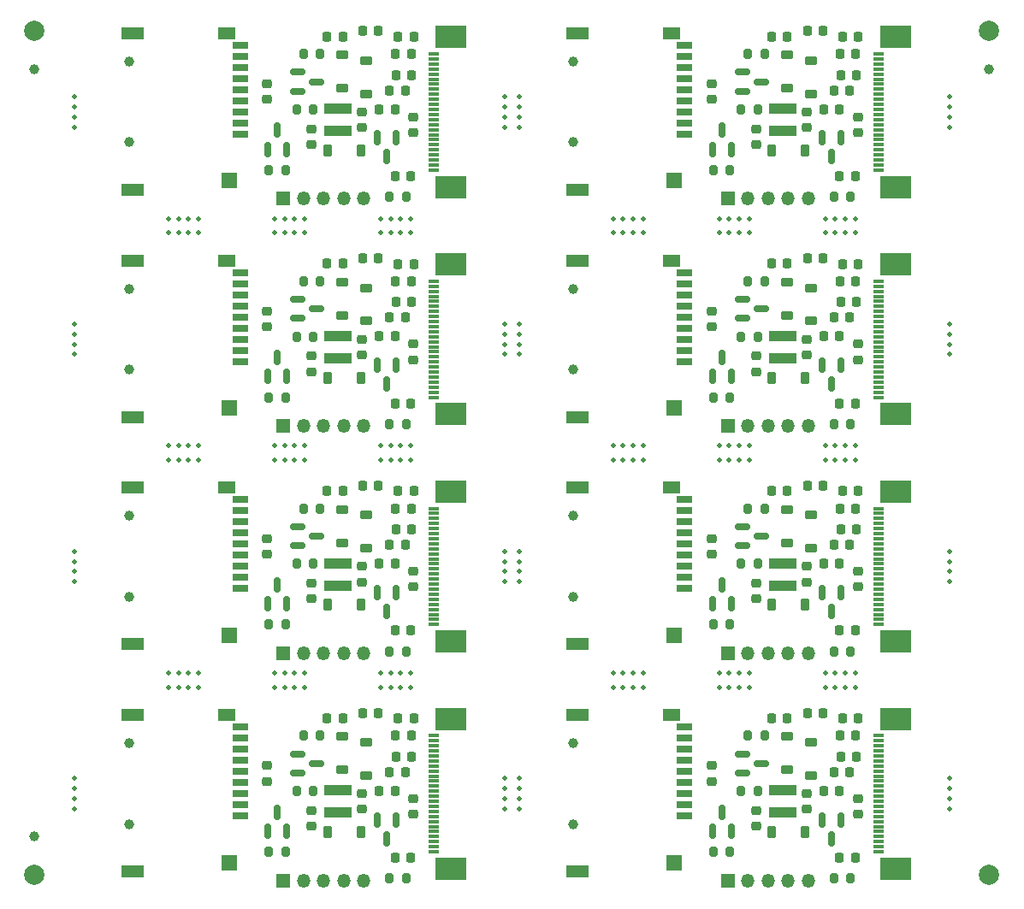
<source format=gbr>
%TF.GenerationSoftware,KiCad,Pcbnew,8.0.0*%
%TF.CreationDate,2024-05-28T16:04:12+09:00*%
%TF.ProjectId,Panel,50616e65-6c2e-46b6-9963-61645f706362,rev?*%
%TF.SameCoordinates,Original*%
%TF.FileFunction,Soldermask,Top*%
%TF.FilePolarity,Negative*%
%FSLAX46Y46*%
G04 Gerber Fmt 4.6, Leading zero omitted, Abs format (unit mm)*
G04 Created by KiCad (PCBNEW 8.0.0) date 2024-05-28 16:04:12*
%MOMM*%
%LPD*%
G01*
G04 APERTURE LIST*
G04 Aperture macros list*
%AMRoundRect*
0 Rectangle with rounded corners*
0 $1 Rounding radius*
0 $2 $3 $4 $5 $6 $7 $8 $9 X,Y pos of 4 corners*
0 Add a 4 corners polygon primitive as box body*
4,1,4,$2,$3,$4,$5,$6,$7,$8,$9,$2,$3,0*
0 Add four circle primitives for the rounded corners*
1,1,$1+$1,$2,$3*
1,1,$1+$1,$4,$5*
1,1,$1+$1,$6,$7*
1,1,$1+$1,$8,$9*
0 Add four rect primitives between the rounded corners*
20,1,$1+$1,$2,$3,$4,$5,0*
20,1,$1+$1,$4,$5,$6,$7,0*
20,1,$1+$1,$6,$7,$8,$9,0*
20,1,$1+$1,$8,$9,$2,$3,0*%
G04 Aperture macros list end*
%ADD10C,0.500000*%
%ADD11RoundRect,0.225000X-0.375000X0.225000X-0.375000X-0.225000X0.375000X-0.225000X0.375000X0.225000X0*%
%ADD12RoundRect,0.225000X-0.225000X-0.250000X0.225000X-0.250000X0.225000X0.250000X-0.225000X0.250000X0*%
%ADD13C,1.000000*%
%ADD14R,1.600000X0.700000*%
%ADD15R,1.800000X1.200000*%
%ADD16R,2.200000X1.200000*%
%ADD17R,1.500000X1.600000*%
%ADD18RoundRect,0.200000X0.200000X0.275000X-0.200000X0.275000X-0.200000X-0.275000X0.200000X-0.275000X0*%
%ADD19RoundRect,0.225000X0.250000X-0.225000X0.250000X0.225000X-0.250000X0.225000X-0.250000X-0.225000X0*%
%ADD20RoundRect,0.150000X-0.150000X0.587500X-0.150000X-0.587500X0.150000X-0.587500X0.150000X0.587500X0*%
%ADD21R,1.350000X1.350000*%
%ADD22O,1.350000X1.350000*%
%ADD23RoundRect,0.225000X0.225000X0.375000X-0.225000X0.375000X-0.225000X-0.375000X0.225000X-0.375000X0*%
%ADD24C,2.000000*%
%ADD25RoundRect,0.225000X-0.250000X0.225000X-0.250000X-0.225000X0.250000X-0.225000X0.250000X0.225000X0*%
%ADD26RoundRect,0.150000X0.150000X-0.587500X0.150000X0.587500X-0.150000X0.587500X-0.150000X-0.587500X0*%
%ADD27R,2.700000X1.000000*%
%ADD28RoundRect,0.200000X-0.200000X-0.275000X0.200000X-0.275000X0.200000X0.275000X-0.200000X0.275000X0*%
%ADD29R,1.100000X0.300000*%
%ADD30R,3.100000X2.300000*%
%ADD31RoundRect,0.225000X0.225000X0.250000X-0.225000X0.250000X-0.225000X-0.250000X0.225000X-0.250000X0*%
%ADD32RoundRect,0.150000X-0.587500X-0.150000X0.587500X-0.150000X0.587500X0.150000X-0.587500X0.150000X0*%
G04 APERTURE END LIST*
D10*
%TO.C,KiKit_MB_13_2*%
X115500000Y-42200000D03*
%TD*%
D11*
%TO.C,D2*%
X134087670Y-70154695D03*
X134087670Y-73454695D03*
%TD*%
D10*
%TO.C,KiKit_MB_17_3*%
X126000000Y-63300000D03*
%TD*%
%TO.C,KiKit_MB_14_4*%
X128000000Y-42200000D03*
%TD*%
D12*
%TO.C,C4*%
X133725000Y-67250000D03*
X135275000Y-67250000D03*
%TD*%
D10*
%TO.C,KiKit_MB_37_2*%
X159500000Y-64700000D03*
%TD*%
%TO.C,KiKit_MB_25_3*%
X170000000Y-63300000D03*
%TD*%
D13*
%TO.C,J3*%
X154600000Y-92750000D03*
X154600000Y-100750000D03*
D14*
X165600000Y-99950000D03*
X165600000Y-98850000D03*
X165600000Y-97750000D03*
X165600000Y-96650000D03*
X165600000Y-95550000D03*
X165600000Y-94450000D03*
X165600000Y-93350000D03*
X165600000Y-92250000D03*
D15*
X164300000Y-89950000D03*
D16*
X155000000Y-89950000D03*
D14*
X165600000Y-91150000D03*
D17*
X164550000Y-104550000D03*
D16*
X155000000Y-105450000D03*
%TD*%
D18*
%TO.C,R7*%
X170075000Y-58500000D03*
X168425000Y-58500000D03*
%TD*%
D19*
%TO.C,C15*%
X124250000Y-51525000D03*
X124250000Y-49975000D03*
%TD*%
D10*
%TO.C,KiKit_MB_27_2*%
X105200000Y-75750000D03*
%TD*%
%TO.C,KiKit_MB_22_4*%
X172000000Y-42200000D03*
%TD*%
%TO.C,KiKit_MB_33_3*%
X126000000Y-85800000D03*
%TD*%
%TO.C,KiKit_MB_25_1*%
X172000000Y-63300000D03*
%TD*%
%TO.C,KiKit_MB_7_1*%
X191800000Y-28750000D03*
%TD*%
D20*
%TO.C,Q3*%
X137069832Y-55321634D03*
X135169832Y-55321634D03*
X136119832Y-57196634D03*
%TD*%
D10*
%TO.C,KiKit_MB_35_2*%
X149200000Y-75750000D03*
%TD*%
D12*
%TO.C,C11*%
X136933764Y-104085530D03*
X138483764Y-104085530D03*
%TD*%
D19*
%TO.C,C16*%
X138750000Y-99775000D03*
X138750000Y-98225000D03*
%TD*%
D10*
%TO.C,KiKit_MB_6_1*%
X149200000Y-31750000D03*
%TD*%
%TO.C,KiKit_MB_11_3*%
X105200000Y-52250000D03*
%TD*%
%TO.C,KiKit_MB_30_2*%
X126000000Y-64700000D03*
%TD*%
%TO.C,KiKit_MB_42_4*%
X179500000Y-85800000D03*
%TD*%
D12*
%TO.C,C11*%
X180933764Y-36585530D03*
X182483764Y-36585530D03*
%TD*%
D21*
%TO.C,J1*%
X125851363Y-106343235D03*
D22*
X127851363Y-106343235D03*
X129851363Y-106343235D03*
X131851363Y-106343235D03*
X133851363Y-106343235D03*
%TD*%
D10*
%TO.C,KiKit_MB_49_2*%
X191800000Y-97250000D03*
%TD*%
D12*
%TO.C,C9*%
X180389234Y-73110744D03*
X181939234Y-73110744D03*
%TD*%
D10*
%TO.C,KiKit_MB_13_1*%
X114500000Y-42200000D03*
%TD*%
%TO.C,KiKit_MB_14_3*%
X127000000Y-42200000D03*
%TD*%
D19*
%TO.C,C16*%
X138750000Y-54775000D03*
X138750000Y-53225000D03*
%TD*%
D10*
%TO.C,KiKit_MB_1_1*%
X105200000Y-31750000D03*
%TD*%
D13*
%TO.C,J3*%
X110600000Y-70250000D03*
X110600000Y-78250000D03*
D14*
X121600000Y-77450000D03*
X121600000Y-76350000D03*
X121600000Y-75250000D03*
X121600000Y-74150000D03*
X121600000Y-73050000D03*
X121600000Y-71950000D03*
X121600000Y-70850000D03*
X121600000Y-69750000D03*
D15*
X120300000Y-67450000D03*
D16*
X111000000Y-67450000D03*
D14*
X121600000Y-68650000D03*
D17*
X120550000Y-82050000D03*
D16*
X111000000Y-82950000D03*
%TD*%
D10*
%TO.C,KiKit_MB_13_3*%
X116500000Y-42200000D03*
%TD*%
D23*
%TO.C,D1*%
X133540086Y-56553780D03*
X130240086Y-56553780D03*
%TD*%
D10*
%TO.C,KiKit_MB_46_2*%
X126000000Y-87200000D03*
%TD*%
D12*
%TO.C,C4*%
X133725000Y-44750000D03*
X135275000Y-44750000D03*
%TD*%
D10*
%TO.C,KiKit_MB_12_2*%
X147800000Y-52250000D03*
%TD*%
%TO.C,KiKit_MB_46_3*%
X127000000Y-87200000D03*
%TD*%
D12*
%TO.C,C7*%
X136975000Y-24500000D03*
X138525000Y-24500000D03*
%TD*%
D10*
%TO.C,KiKit_MB_30_3*%
X127000000Y-64700000D03*
%TD*%
D24*
%TO.C,KiKit_TO_2*%
X195751000Y-22250000D03*
%TD*%
D10*
%TO.C,KiKit_MB_38_3*%
X171000000Y-64700000D03*
%TD*%
%TO.C,KiKit_MB_21_1*%
X158500000Y-42200000D03*
%TD*%
%TO.C,KiKit_MB_39_3*%
X181500000Y-64700000D03*
%TD*%
%TO.C,KiKit_MB_42_1*%
X182500000Y-85800000D03*
%TD*%
D21*
%TO.C,J1*%
X125851363Y-61343235D03*
D22*
X127851363Y-61343235D03*
X129851363Y-61343235D03*
X131851363Y-61343235D03*
X133851363Y-61343235D03*
%TD*%
D25*
%TO.C,C1*%
X172682865Y-99408032D03*
X172682865Y-100958032D03*
%TD*%
D12*
%TO.C,C7*%
X136975000Y-69500000D03*
X138525000Y-69500000D03*
%TD*%
%TO.C,C10*%
X181224999Y-90289777D03*
X182774999Y-90289777D03*
%TD*%
D10*
%TO.C,KiKit_MB_29_4*%
X117500000Y-64700000D03*
%TD*%
D26*
%TO.C,Q4*%
X124323000Y-78937500D03*
X126223000Y-78937500D03*
X125273000Y-77062500D03*
%TD*%
D10*
%TO.C,KiKit_MB_24_2*%
X160500000Y-63300000D03*
%TD*%
D19*
%TO.C,C16*%
X182750000Y-32275000D03*
X182750000Y-30725000D03*
%TD*%
D27*
%TO.C,L1*%
X131285350Y-54619676D03*
X131285350Y-52419676D03*
%TD*%
D28*
%TO.C,R1*%
X127862500Y-92000000D03*
X129512500Y-92000000D03*
%TD*%
D10*
%TO.C,KiKit_MB_50_3*%
X160500000Y-87200000D03*
%TD*%
%TO.C,KiKit_MB_16_2*%
X116500000Y-63300000D03*
%TD*%
D27*
%TO.C,L1*%
X131285350Y-77119676D03*
X131285350Y-74919676D03*
%TD*%
D10*
%TO.C,KiKit_MB_25_2*%
X171000000Y-63300000D03*
%TD*%
%TO.C,KiKit_MB_40_1*%
X161500000Y-85800000D03*
%TD*%
%TO.C,KiKit_MB_32_3*%
X115500000Y-85800000D03*
%TD*%
D23*
%TO.C,D1*%
X177540086Y-101553780D03*
X174240086Y-101553780D03*
%TD*%
D10*
%TO.C,KiKit_MB_19_2*%
X149200000Y-53250000D03*
%TD*%
D29*
%TO.C,J2*%
X184767000Y-103500000D03*
X184767000Y-103000000D03*
X184767000Y-102500000D03*
X184767000Y-102000000D03*
X184767000Y-101500000D03*
X184767000Y-101000000D03*
X184767000Y-100500000D03*
X184767000Y-100000000D03*
X184767000Y-99500000D03*
X184767000Y-99000000D03*
X184767000Y-98500000D03*
X184767000Y-98000000D03*
X184767000Y-97500000D03*
X184767000Y-97000000D03*
X184767000Y-96500000D03*
X184767000Y-96000000D03*
X184767000Y-95500000D03*
X184767000Y-95000000D03*
X184767000Y-94500000D03*
X184767000Y-94000000D03*
X184767000Y-93500000D03*
X184767000Y-93000000D03*
X184767000Y-92500000D03*
X184767000Y-92000000D03*
D30*
X186467000Y-105170000D03*
X186467000Y-90330000D03*
%TD*%
D10*
%TO.C,KiKit_MB_31_4*%
X138500000Y-64700000D03*
%TD*%
D12*
%TO.C,C8*%
X135364645Y-74966744D03*
X136914645Y-74966744D03*
%TD*%
D29*
%TO.C,J2*%
X184767000Y-36000000D03*
X184767000Y-35500000D03*
X184767000Y-35000000D03*
X184767000Y-34500000D03*
X184767000Y-34000000D03*
X184767000Y-33500000D03*
X184767000Y-33000000D03*
X184767000Y-32500000D03*
X184767000Y-32000000D03*
X184767000Y-31500000D03*
X184767000Y-31000000D03*
X184767000Y-30500000D03*
X184767000Y-30000000D03*
X184767000Y-29500000D03*
X184767000Y-29000000D03*
X184767000Y-28500000D03*
X184767000Y-28000000D03*
X184767000Y-27500000D03*
X184767000Y-27000000D03*
X184767000Y-26500000D03*
X184767000Y-26000000D03*
X184767000Y-25500000D03*
X184767000Y-25000000D03*
X184767000Y-24500000D03*
D30*
X186467000Y-37670000D03*
X186467000Y-22830000D03*
%TD*%
D28*
%TO.C,R1*%
X127862500Y-69500000D03*
X129512500Y-69500000D03*
%TD*%
D10*
%TO.C,KiKit_MB_49_1*%
X191800000Y-96250000D03*
%TD*%
D25*
%TO.C,C1*%
X172682865Y-31908032D03*
X172682865Y-33458032D03*
%TD*%
D10*
%TO.C,KiKit_MB_51_3*%
X171000000Y-87200000D03*
%TD*%
D13*
%TO.C,KiKit_FID_T_2*%
X195751000Y-26000000D03*
%TD*%
D10*
%TO.C,KiKit_MB_8_3*%
X159500000Y-40800000D03*
%TD*%
D12*
%TO.C,C11*%
X180933764Y-59085530D03*
X182483764Y-59085530D03*
%TD*%
D10*
%TO.C,KiKit_MB_42_2*%
X181500000Y-85800000D03*
%TD*%
D18*
%TO.C,R4*%
X128837500Y-30000000D03*
X127187500Y-30000000D03*
%TD*%
%TO.C,R4*%
X128837500Y-75000000D03*
X127187500Y-75000000D03*
%TD*%
D10*
%TO.C,KiKit_MB_15_4*%
X138500000Y-42200000D03*
%TD*%
D28*
%TO.C,R1*%
X127862500Y-47000000D03*
X129512500Y-47000000D03*
%TD*%
D10*
%TO.C,KiKit_MB_5_4*%
X135500000Y-40800000D03*
%TD*%
%TO.C,KiKit_MB_24_4*%
X158500000Y-63300000D03*
%TD*%
%TO.C,KiKit_MB_27_4*%
X105200000Y-73750000D03*
%TD*%
%TO.C,KiKit_MB_31_2*%
X136500000Y-64700000D03*
%TD*%
%TO.C,KiKit_MB_27_1*%
X105200000Y-76750000D03*
%TD*%
D11*
%TO.C,D3*%
X175687500Y-24600000D03*
X175687500Y-27900000D03*
%TD*%
D20*
%TO.C,Q3*%
X137069832Y-100321634D03*
X135169832Y-100321634D03*
X136119832Y-102196634D03*
%TD*%
D10*
%TO.C,KiKit_MB_49_4*%
X191800000Y-99250000D03*
%TD*%
%TO.C,KiKit_MB_38_4*%
X172000000Y-64700000D03*
%TD*%
%TO.C,KiKit_MB_15_1*%
X135500000Y-42200000D03*
%TD*%
D29*
%TO.C,J2*%
X184767000Y-81000000D03*
X184767000Y-80500000D03*
X184767000Y-80000000D03*
X184767000Y-79500000D03*
X184767000Y-79000000D03*
X184767000Y-78500000D03*
X184767000Y-78000000D03*
X184767000Y-77500000D03*
X184767000Y-77000000D03*
X184767000Y-76500000D03*
X184767000Y-76000000D03*
X184767000Y-75500000D03*
X184767000Y-75000000D03*
X184767000Y-74500000D03*
X184767000Y-74000000D03*
X184767000Y-73500000D03*
X184767000Y-73000000D03*
X184767000Y-72500000D03*
X184767000Y-72000000D03*
X184767000Y-71500000D03*
X184767000Y-71000000D03*
X184767000Y-70500000D03*
X184767000Y-70000000D03*
X184767000Y-69500000D03*
D30*
X186467000Y-82670000D03*
X186467000Y-67830000D03*
%TD*%
D10*
%TO.C,KiKit_MB_24_3*%
X159500000Y-63300000D03*
%TD*%
%TO.C,KiKit_MB_3_3*%
X115500000Y-40800000D03*
%TD*%
D19*
%TO.C,C16*%
X182750000Y-54775000D03*
X182750000Y-53225000D03*
%TD*%
D10*
%TO.C,KiKit_MB_44_4*%
X147800000Y-99250000D03*
%TD*%
%TO.C,KiKit_MB_20_1*%
X191800000Y-51250000D03*
%TD*%
D12*
%TO.C,C7*%
X180975000Y-24500000D03*
X182525000Y-24500000D03*
%TD*%
D28*
%TO.C,R1*%
X171862500Y-24500000D03*
X173512500Y-24500000D03*
%TD*%
D12*
%TO.C,C10*%
X181224999Y-22789777D03*
X182774999Y-22789777D03*
%TD*%
D10*
%TO.C,KiKit_MB_47_3*%
X137500000Y-87200000D03*
%TD*%
%TO.C,KiKit_MB_29_2*%
X115500000Y-64700000D03*
%TD*%
D24*
%TO.C,KiKit_TO_4*%
X195751000Y-105750000D03*
%TD*%
D12*
%TO.C,C10*%
X137224999Y-45289777D03*
X138774999Y-45289777D03*
%TD*%
D10*
%TO.C,KiKit_MB_28_2*%
X147800000Y-74750000D03*
%TD*%
%TO.C,KiKit_MB_47_2*%
X136500000Y-87200000D03*
%TD*%
D23*
%TO.C,D1*%
X177540086Y-34053780D03*
X174240086Y-34053780D03*
%TD*%
D10*
%TO.C,KiKit_MB_45_4*%
X117500000Y-87200000D03*
%TD*%
%TO.C,KiKit_MB_17_1*%
X128000000Y-63300000D03*
%TD*%
%TO.C,KiKit_MB_37_4*%
X161500000Y-64700000D03*
%TD*%
%TO.C,KiKit_MB_21_3*%
X160500000Y-42200000D03*
%TD*%
%TO.C,KiKit_MB_41_1*%
X172000000Y-85800000D03*
%TD*%
%TO.C,KiKit_MB_39_4*%
X182500000Y-64700000D03*
%TD*%
%TO.C,KiKit_MB_41_3*%
X170000000Y-85800000D03*
%TD*%
%TO.C,KiKit_MB_38_2*%
X170000000Y-64700000D03*
%TD*%
D12*
%TO.C,C6*%
X137028724Y-71574577D03*
X138578724Y-71574577D03*
%TD*%
D10*
%TO.C,KiKit_MB_13_4*%
X117500000Y-42200000D03*
%TD*%
%TO.C,KiKit_MB_36_1*%
X191800000Y-73750000D03*
%TD*%
D18*
%TO.C,R3*%
X138036000Y-61151000D03*
X136386000Y-61151000D03*
%TD*%
D21*
%TO.C,J1*%
X169851363Y-106343235D03*
D22*
X171851363Y-106343235D03*
X173851363Y-106343235D03*
X175851363Y-106343235D03*
X177851363Y-106343235D03*
%TD*%
D25*
%TO.C,C1*%
X128682865Y-99408032D03*
X128682865Y-100958032D03*
%TD*%
D12*
%TO.C,C4*%
X177725000Y-89750000D03*
X179275000Y-89750000D03*
%TD*%
D10*
%TO.C,KiKit_MB_19_1*%
X149200000Y-54250000D03*
%TD*%
%TO.C,KiKit_MB_1_4*%
X105200000Y-28750000D03*
%TD*%
%TO.C,KiKit_MB_39_2*%
X180500000Y-64700000D03*
%TD*%
%TO.C,KiKit_MB_43_1*%
X105200000Y-99250000D03*
%TD*%
D12*
%TO.C,C6*%
X181028724Y-94074577D03*
X182578724Y-94074577D03*
%TD*%
%TO.C,C9*%
X136389234Y-73110744D03*
X137939234Y-73110744D03*
%TD*%
D11*
%TO.C,D2*%
X134087670Y-92654695D03*
X134087670Y-95954695D03*
%TD*%
D10*
%TO.C,KiKit_MB_2_4*%
X147800000Y-31750000D03*
%TD*%
D11*
%TO.C,D3*%
X131687500Y-24600000D03*
X131687500Y-27900000D03*
%TD*%
D13*
%TO.C,J3*%
X154600000Y-47750000D03*
X154600000Y-55750000D03*
D14*
X165600000Y-54950000D03*
X165600000Y-53850000D03*
X165600000Y-52750000D03*
X165600000Y-51650000D03*
X165600000Y-50550000D03*
X165600000Y-49450000D03*
X165600000Y-48350000D03*
X165600000Y-47250000D03*
D15*
X164300000Y-44950000D03*
D16*
X155000000Y-44950000D03*
D14*
X165600000Y-46150000D03*
D17*
X164550000Y-59550000D03*
D16*
X155000000Y-60450000D03*
%TD*%
D18*
%TO.C,R3*%
X182036000Y-106151000D03*
X180386000Y-106151000D03*
%TD*%
%TO.C,R4*%
X172837500Y-52500000D03*
X171187500Y-52500000D03*
%TD*%
%TO.C,R7*%
X126075000Y-36000000D03*
X124425000Y-36000000D03*
%TD*%
D31*
%TO.C,C3*%
X131763000Y-67776000D03*
X130213000Y-67776000D03*
%TD*%
D10*
%TO.C,KiKit_MB_23_3*%
X181500000Y-42200000D03*
%TD*%
%TO.C,KiKit_MB_51_1*%
X169000000Y-87200000D03*
%TD*%
%TO.C,KiKit_MB_32_4*%
X114500000Y-85800000D03*
%TD*%
D18*
%TO.C,R4*%
X172837500Y-75000000D03*
X171187500Y-75000000D03*
%TD*%
D31*
%TO.C,C3*%
X175763000Y-90276000D03*
X174213000Y-90276000D03*
%TD*%
D27*
%TO.C,L1*%
X175285350Y-99619676D03*
X175285350Y-97419676D03*
%TD*%
D10*
%TO.C,KiKit_MB_26_2*%
X181500000Y-63300000D03*
%TD*%
%TO.C,KiKit_MB_29_1*%
X114500000Y-64700000D03*
%TD*%
D29*
%TO.C,J2*%
X140767000Y-81000000D03*
X140767000Y-80500000D03*
X140767000Y-80000000D03*
X140767000Y-79500000D03*
X140767000Y-79000000D03*
X140767000Y-78500000D03*
X140767000Y-78000000D03*
X140767000Y-77500000D03*
X140767000Y-77000000D03*
X140767000Y-76500000D03*
X140767000Y-76000000D03*
X140767000Y-75500000D03*
X140767000Y-75000000D03*
X140767000Y-74500000D03*
X140767000Y-74000000D03*
X140767000Y-73500000D03*
X140767000Y-73000000D03*
X140767000Y-72500000D03*
X140767000Y-72000000D03*
X140767000Y-71500000D03*
X140767000Y-71000000D03*
X140767000Y-70500000D03*
X140767000Y-70000000D03*
X140767000Y-69500000D03*
D30*
X142467000Y-82670000D03*
X142467000Y-67830000D03*
%TD*%
D10*
%TO.C,KiKit_MB_5_3*%
X136500000Y-40800000D03*
%TD*%
D18*
%TO.C,R4*%
X128837500Y-97500000D03*
X127187500Y-97500000D03*
%TD*%
D10*
%TO.C,KiKit_MB_18_3*%
X136500000Y-63300000D03*
%TD*%
D25*
%TO.C,C1*%
X172682865Y-76908032D03*
X172682865Y-78458032D03*
%TD*%
D26*
%TO.C,Q4*%
X124323000Y-101437500D03*
X126223000Y-101437500D03*
X125273000Y-99562500D03*
%TD*%
D10*
%TO.C,KiKit_MB_3_2*%
X116500000Y-40800000D03*
%TD*%
D19*
%TO.C,C2*%
X133668000Y-54295382D03*
X133668000Y-52745382D03*
%TD*%
D10*
%TO.C,KiKit_MB_3_4*%
X114500000Y-40800000D03*
%TD*%
D12*
%TO.C,C8*%
X135364645Y-52466744D03*
X136914645Y-52466744D03*
%TD*%
%TO.C,C7*%
X180975000Y-69500000D03*
X182525000Y-69500000D03*
%TD*%
D23*
%TO.C,D1*%
X133540086Y-101553780D03*
X130240086Y-101553780D03*
%TD*%
D10*
%TO.C,KiKit_MB_46_4*%
X128000000Y-87200000D03*
%TD*%
%TO.C,KiKit_MB_12_4*%
X147800000Y-54250000D03*
%TD*%
D25*
%TO.C,C1*%
X172682865Y-54408032D03*
X172682865Y-55958032D03*
%TD*%
D10*
%TO.C,KiKit_MB_4_4*%
X125000000Y-40800000D03*
%TD*%
%TO.C,KiKit_MB_50_1*%
X158500000Y-87200000D03*
%TD*%
D28*
%TO.C,R1*%
X127862500Y-24500000D03*
X129512500Y-24500000D03*
%TD*%
D19*
%TO.C,C2*%
X177668000Y-31795382D03*
X177668000Y-30245382D03*
%TD*%
D18*
%TO.C,R3*%
X182036000Y-38651000D03*
X180386000Y-38651000D03*
%TD*%
D10*
%TO.C,KiKit_MB_29_3*%
X116500000Y-64700000D03*
%TD*%
%TO.C,KiKit_MB_22_3*%
X171000000Y-42200000D03*
%TD*%
D19*
%TO.C,C2*%
X177668000Y-99295382D03*
X177668000Y-97745382D03*
%TD*%
D10*
%TO.C,KiKit_MB_39_1*%
X179500000Y-64700000D03*
%TD*%
%TO.C,KiKit_MB_7_4*%
X191800000Y-31750000D03*
%TD*%
D12*
%TO.C,C10*%
X137224999Y-90289777D03*
X138774999Y-90289777D03*
%TD*%
%TO.C,C9*%
X136389234Y-50610744D03*
X137939234Y-50610744D03*
%TD*%
D10*
%TO.C,KiKit_MB_18_2*%
X137500000Y-63300000D03*
%TD*%
D21*
%TO.C,J1*%
X125851363Y-83843235D03*
D22*
X127851363Y-83843235D03*
X129851363Y-83843235D03*
X131851363Y-83843235D03*
X133851363Y-83843235D03*
%TD*%
D11*
%TO.C,D2*%
X178087670Y-70154695D03*
X178087670Y-73454695D03*
%TD*%
D10*
%TO.C,KiKit_MB_6_2*%
X149200000Y-30750000D03*
%TD*%
%TO.C,KiKit_MB_19_4*%
X149200000Y-51250000D03*
%TD*%
%TO.C,KiKit_MB_2_3*%
X147800000Y-30750000D03*
%TD*%
%TO.C,KiKit_MB_45_3*%
X116500000Y-87200000D03*
%TD*%
D12*
%TO.C,C4*%
X133725000Y-89750000D03*
X135275000Y-89750000D03*
%TD*%
D10*
%TO.C,KiKit_MB_26_3*%
X180500000Y-63300000D03*
%TD*%
D12*
%TO.C,C8*%
X179364645Y-52466744D03*
X180914645Y-52466744D03*
%TD*%
%TO.C,C10*%
X181224999Y-45289777D03*
X182774999Y-45289777D03*
%TD*%
D32*
%TO.C,Q1*%
X171312500Y-48800000D03*
X171312500Y-50700000D03*
X173187500Y-49750000D03*
%TD*%
D10*
%TO.C,KiKit_MB_51_2*%
X170000000Y-87200000D03*
%TD*%
D19*
%TO.C,C15*%
X168250000Y-96525000D03*
X168250000Y-94975000D03*
%TD*%
%TO.C,C16*%
X182750000Y-77275000D03*
X182750000Y-75725000D03*
%TD*%
D10*
%TO.C,KiKit_MB_1_2*%
X105200000Y-30750000D03*
%TD*%
D12*
%TO.C,C9*%
X180389234Y-95610744D03*
X181939234Y-95610744D03*
%TD*%
D13*
%TO.C,J3*%
X110600000Y-47750000D03*
X110600000Y-55750000D03*
D14*
X121600000Y-54950000D03*
X121600000Y-53850000D03*
X121600000Y-52750000D03*
X121600000Y-51650000D03*
X121600000Y-50550000D03*
X121600000Y-49450000D03*
X121600000Y-48350000D03*
X121600000Y-47250000D03*
D15*
X120300000Y-44950000D03*
D16*
X111000000Y-44950000D03*
D14*
X121600000Y-46150000D03*
D17*
X120550000Y-59550000D03*
D16*
X111000000Y-60450000D03*
%TD*%
D21*
%TO.C,J1*%
X169851363Y-61343235D03*
D22*
X171851363Y-61343235D03*
X173851363Y-61343235D03*
X175851363Y-61343235D03*
X177851363Y-61343235D03*
%TD*%
D18*
%TO.C,R3*%
X182036000Y-61151000D03*
X180386000Y-61151000D03*
%TD*%
D21*
%TO.C,J1*%
X169851363Y-38843235D03*
D22*
X171851363Y-38843235D03*
X173851363Y-38843235D03*
X175851363Y-38843235D03*
X177851363Y-38843235D03*
%TD*%
D12*
%TO.C,C4*%
X177725000Y-67250000D03*
X179275000Y-67250000D03*
%TD*%
D10*
%TO.C,KiKit_MB_32_2*%
X116500000Y-85800000D03*
%TD*%
D12*
%TO.C,C4*%
X177725000Y-44750000D03*
X179275000Y-44750000D03*
%TD*%
D10*
%TO.C,KiKit_MB_1_3*%
X105200000Y-29750000D03*
%TD*%
D27*
%TO.C,L1*%
X175285350Y-54619676D03*
X175285350Y-52419676D03*
%TD*%
D18*
%TO.C,R3*%
X182036000Y-83651000D03*
X180386000Y-83651000D03*
%TD*%
D12*
%TO.C,C7*%
X136975000Y-47000000D03*
X138525000Y-47000000D03*
%TD*%
%TO.C,C6*%
X137028724Y-26574577D03*
X138578724Y-26574577D03*
%TD*%
D10*
%TO.C,KiKit_MB_5_1*%
X138500000Y-40800000D03*
%TD*%
D19*
%TO.C,C16*%
X182750000Y-99775000D03*
X182750000Y-98225000D03*
%TD*%
D10*
%TO.C,KiKit_MB_50_2*%
X159500000Y-87200000D03*
%TD*%
%TO.C,KiKit_MB_20_2*%
X191800000Y-52250000D03*
%TD*%
D29*
%TO.C,J2*%
X184767000Y-58500000D03*
X184767000Y-58000000D03*
X184767000Y-57500000D03*
X184767000Y-57000000D03*
X184767000Y-56500000D03*
X184767000Y-56000000D03*
X184767000Y-55500000D03*
X184767000Y-55000000D03*
X184767000Y-54500000D03*
X184767000Y-54000000D03*
X184767000Y-53500000D03*
X184767000Y-53000000D03*
X184767000Y-52500000D03*
X184767000Y-52000000D03*
X184767000Y-51500000D03*
X184767000Y-51000000D03*
X184767000Y-50500000D03*
X184767000Y-50000000D03*
X184767000Y-49500000D03*
X184767000Y-49000000D03*
X184767000Y-48500000D03*
X184767000Y-48000000D03*
X184767000Y-47500000D03*
X184767000Y-47000000D03*
D30*
X186467000Y-60170000D03*
X186467000Y-45330000D03*
%TD*%
D27*
%TO.C,L1*%
X175285350Y-32119676D03*
X175285350Y-29919676D03*
%TD*%
D10*
%TO.C,KiKit_MB_37_1*%
X158500000Y-64700000D03*
%TD*%
%TO.C,KiKit_MB_47_4*%
X138500000Y-87200000D03*
%TD*%
%TO.C,KiKit_MB_36_4*%
X191800000Y-76750000D03*
%TD*%
D13*
%TO.C,KiKit_FID_T_3*%
X101249000Y-102000000D03*
%TD*%
D10*
%TO.C,KiKit_MB_35_3*%
X149200000Y-74750000D03*
%TD*%
%TO.C,KiKit_MB_16_4*%
X114500000Y-63300000D03*
%TD*%
D12*
%TO.C,C11*%
X136933764Y-59085530D03*
X138483764Y-59085530D03*
%TD*%
D23*
%TO.C,D1*%
X133540086Y-79053780D03*
X130240086Y-79053780D03*
%TD*%
D12*
%TO.C,C8*%
X135364645Y-29966744D03*
X136914645Y-29966744D03*
%TD*%
%TO.C,C9*%
X180389234Y-28110744D03*
X181939234Y-28110744D03*
%TD*%
D28*
%TO.C,R1*%
X171862500Y-47000000D03*
X173512500Y-47000000D03*
%TD*%
D10*
%TO.C,KiKit_MB_18_1*%
X138500000Y-63300000D03*
%TD*%
D11*
%TO.C,D3*%
X131687500Y-47100000D03*
X131687500Y-50400000D03*
%TD*%
D10*
%TO.C,KiKit_MB_6_3*%
X149200000Y-29750000D03*
%TD*%
%TO.C,KiKit_MB_35_4*%
X149200000Y-73750000D03*
%TD*%
D12*
%TO.C,C11*%
X136933764Y-36585530D03*
X138483764Y-36585530D03*
%TD*%
D20*
%TO.C,Q3*%
X137069832Y-77821634D03*
X135169832Y-77821634D03*
X136119832Y-79696634D03*
%TD*%
D10*
%TO.C,KiKit_MB_7_3*%
X191800000Y-30750000D03*
%TD*%
D29*
%TO.C,J2*%
X140767000Y-36000000D03*
X140767000Y-35500000D03*
X140767000Y-35000000D03*
X140767000Y-34500000D03*
X140767000Y-34000000D03*
X140767000Y-33500000D03*
X140767000Y-33000000D03*
X140767000Y-32500000D03*
X140767000Y-32000000D03*
X140767000Y-31500000D03*
X140767000Y-31000000D03*
X140767000Y-30500000D03*
X140767000Y-30000000D03*
X140767000Y-29500000D03*
X140767000Y-29000000D03*
X140767000Y-28500000D03*
X140767000Y-28000000D03*
X140767000Y-27500000D03*
X140767000Y-27000000D03*
X140767000Y-26500000D03*
X140767000Y-26000000D03*
X140767000Y-25500000D03*
X140767000Y-25000000D03*
X140767000Y-24500000D03*
D30*
X142467000Y-37670000D03*
X142467000Y-22830000D03*
%TD*%
D18*
%TO.C,R7*%
X126075000Y-103500000D03*
X124425000Y-103500000D03*
%TD*%
D19*
%TO.C,C2*%
X177668000Y-54295382D03*
X177668000Y-52745382D03*
%TD*%
D10*
%TO.C,KiKit_MB_31_3*%
X137500000Y-64700000D03*
%TD*%
D31*
%TO.C,C3*%
X131763000Y-90276000D03*
X130213000Y-90276000D03*
%TD*%
D10*
%TO.C,KiKit_MB_47_1*%
X135500000Y-87200000D03*
%TD*%
%TO.C,KiKit_MB_26_1*%
X182500000Y-63300000D03*
%TD*%
D19*
%TO.C,C15*%
X124250000Y-74025000D03*
X124250000Y-72475000D03*
%TD*%
D12*
%TO.C,C8*%
X179364645Y-97466744D03*
X180914645Y-97466744D03*
%TD*%
D10*
%TO.C,KiKit_MB_9_3*%
X170000000Y-40800000D03*
%TD*%
D24*
%TO.C,KiKit_TO_3*%
X101249000Y-105750000D03*
%TD*%
D11*
%TO.C,D2*%
X178087670Y-92654695D03*
X178087670Y-95954695D03*
%TD*%
D13*
%TO.C,KiKit_FID_T_1*%
X101249000Y-26000000D03*
%TD*%
D10*
%TO.C,KiKit_MB_51_4*%
X172000000Y-87200000D03*
%TD*%
%TO.C,KiKit_MB_40_2*%
X160500000Y-85800000D03*
%TD*%
%TO.C,KiKit_MB_20_3*%
X191800000Y-53250000D03*
%TD*%
%TO.C,KiKit_MB_36_2*%
X191800000Y-74750000D03*
%TD*%
D12*
%TO.C,C11*%
X180933764Y-81585530D03*
X182483764Y-81585530D03*
%TD*%
D10*
%TO.C,KiKit_MB_23_4*%
X182500000Y-42200000D03*
%TD*%
%TO.C,KiKit_MB_43_2*%
X105200000Y-98250000D03*
%TD*%
D11*
%TO.C,D3*%
X175687500Y-69600000D03*
X175687500Y-72900000D03*
%TD*%
D10*
%TO.C,KiKit_MB_44_1*%
X147800000Y-96250000D03*
%TD*%
%TO.C,KiKit_MB_10_4*%
X179500000Y-40800000D03*
%TD*%
D32*
%TO.C,Q1*%
X127312500Y-71300000D03*
X127312500Y-73200000D03*
X129187500Y-72250000D03*
%TD*%
D10*
%TO.C,KiKit_MB_8_1*%
X161500000Y-40800000D03*
%TD*%
D19*
%TO.C,C15*%
X124250000Y-96525000D03*
X124250000Y-94975000D03*
%TD*%
D10*
%TO.C,KiKit_MB_40_4*%
X158500000Y-85800000D03*
%TD*%
D28*
%TO.C,R1*%
X171862500Y-92000000D03*
X173512500Y-92000000D03*
%TD*%
D10*
%TO.C,KiKit_MB_52_4*%
X182500000Y-87200000D03*
%TD*%
D31*
%TO.C,C3*%
X175763000Y-67776000D03*
X174213000Y-67776000D03*
%TD*%
D32*
%TO.C,Q1*%
X127312500Y-93800000D03*
X127312500Y-95700000D03*
X129187500Y-94750000D03*
%TD*%
D10*
%TO.C,KiKit_MB_6_4*%
X149200000Y-28750000D03*
%TD*%
%TO.C,KiKit_MB_10_2*%
X181500000Y-40800000D03*
%TD*%
D12*
%TO.C,C10*%
X137224999Y-22789777D03*
X138774999Y-22789777D03*
%TD*%
D10*
%TO.C,KiKit_MB_33_1*%
X128000000Y-85800000D03*
%TD*%
D13*
%TO.C,J3*%
X154600000Y-70250000D03*
X154600000Y-78250000D03*
D14*
X165600000Y-77450000D03*
X165600000Y-76350000D03*
X165600000Y-75250000D03*
X165600000Y-74150000D03*
X165600000Y-73050000D03*
X165600000Y-71950000D03*
X165600000Y-70850000D03*
X165600000Y-69750000D03*
D15*
X164300000Y-67450000D03*
D16*
X155000000Y-67450000D03*
D14*
X165600000Y-68650000D03*
D17*
X164550000Y-82050000D03*
D16*
X155000000Y-82950000D03*
%TD*%
D12*
%TO.C,C9*%
X136389234Y-95610744D03*
X137939234Y-95610744D03*
%TD*%
D10*
%TO.C,KiKit_MB_40_3*%
X159500000Y-85800000D03*
%TD*%
D19*
%TO.C,C2*%
X133668000Y-76795382D03*
X133668000Y-75245382D03*
%TD*%
D20*
%TO.C,Q3*%
X181069832Y-77821634D03*
X179169832Y-77821634D03*
X180119832Y-79696634D03*
%TD*%
D10*
%TO.C,KiKit_MB_42_3*%
X180500000Y-85800000D03*
%TD*%
D31*
%TO.C,C3*%
X175763000Y-22776000D03*
X174213000Y-22776000D03*
%TD*%
D18*
%TO.C,R7*%
X126075000Y-58500000D03*
X124425000Y-58500000D03*
%TD*%
D26*
%TO.C,Q4*%
X168323000Y-56437500D03*
X170223000Y-56437500D03*
X169273000Y-54562500D03*
%TD*%
D32*
%TO.C,Q1*%
X171312500Y-93800000D03*
X171312500Y-95700000D03*
X173187500Y-94750000D03*
%TD*%
D21*
%TO.C,J1*%
X169851363Y-83843235D03*
D22*
X171851363Y-83843235D03*
X173851363Y-83843235D03*
X175851363Y-83843235D03*
X177851363Y-83843235D03*
%TD*%
D10*
%TO.C,KiKit_MB_48_3*%
X149200000Y-97250000D03*
%TD*%
%TO.C,KiKit_MB_9_4*%
X169000000Y-40800000D03*
%TD*%
D12*
%TO.C,C6*%
X181028724Y-26574577D03*
X182578724Y-26574577D03*
%TD*%
D10*
%TO.C,KiKit_MB_8_4*%
X158500000Y-40800000D03*
%TD*%
%TO.C,KiKit_MB_34_3*%
X136500000Y-85800000D03*
%TD*%
D13*
%TO.C,J3*%
X110600000Y-25250000D03*
X110600000Y-33250000D03*
D14*
X121600000Y-32450000D03*
X121600000Y-31350000D03*
X121600000Y-30250000D03*
X121600000Y-29150000D03*
X121600000Y-28050000D03*
X121600000Y-26950000D03*
X121600000Y-25850000D03*
X121600000Y-24750000D03*
D15*
X120300000Y-22450000D03*
D16*
X111000000Y-22450000D03*
D14*
X121600000Y-23650000D03*
D17*
X120550000Y-37050000D03*
D16*
X111000000Y-37950000D03*
%TD*%
D10*
%TO.C,KiKit_MB_17_4*%
X125000000Y-63300000D03*
%TD*%
D18*
%TO.C,R4*%
X128837500Y-52500000D03*
X127187500Y-52500000D03*
%TD*%
D10*
%TO.C,KiKit_MB_14_2*%
X126000000Y-42200000D03*
%TD*%
%TO.C,KiKit_MB_28_1*%
X147800000Y-73750000D03*
%TD*%
D26*
%TO.C,Q4*%
X168323000Y-101437500D03*
X170223000Y-101437500D03*
X169273000Y-99562500D03*
%TD*%
D10*
%TO.C,KiKit_MB_9_1*%
X172000000Y-40800000D03*
%TD*%
D11*
%TO.C,D3*%
X175687500Y-47100000D03*
X175687500Y-50400000D03*
%TD*%
D10*
%TO.C,KiKit_MB_12_1*%
X147800000Y-51250000D03*
%TD*%
D32*
%TO.C,Q1*%
X127312500Y-48800000D03*
X127312500Y-50700000D03*
X129187500Y-49750000D03*
%TD*%
D12*
%TO.C,C10*%
X181224999Y-67789777D03*
X182774999Y-67789777D03*
%TD*%
D20*
%TO.C,Q3*%
X181069832Y-55321634D03*
X179169832Y-55321634D03*
X180119832Y-57196634D03*
%TD*%
D25*
%TO.C,C1*%
X128682865Y-54408032D03*
X128682865Y-55958032D03*
%TD*%
D19*
%TO.C,C15*%
X168250000Y-29025000D03*
X168250000Y-27475000D03*
%TD*%
D10*
%TO.C,KiKit_MB_18_4*%
X135500000Y-63300000D03*
%TD*%
D25*
%TO.C,C1*%
X128682865Y-31908032D03*
X128682865Y-33458032D03*
%TD*%
D10*
%TO.C,KiKit_MB_43_4*%
X105200000Y-96250000D03*
%TD*%
%TO.C,KiKit_MB_12_3*%
X147800000Y-53250000D03*
%TD*%
%TO.C,KiKit_MB_26_4*%
X179500000Y-63300000D03*
%TD*%
%TO.C,KiKit_MB_34_1*%
X138500000Y-85800000D03*
%TD*%
%TO.C,KiKit_MB_10_1*%
X182500000Y-40800000D03*
%TD*%
D20*
%TO.C,Q3*%
X137069832Y-32821634D03*
X135169832Y-32821634D03*
X136119832Y-34696634D03*
%TD*%
D12*
%TO.C,C6*%
X181028724Y-49074577D03*
X182578724Y-49074577D03*
%TD*%
D11*
%TO.C,D3*%
X175687500Y-92100000D03*
X175687500Y-95400000D03*
%TD*%
D27*
%TO.C,L1*%
X131285350Y-32119676D03*
X131285350Y-29919676D03*
%TD*%
D10*
%TO.C,KiKit_MB_5_2*%
X137500000Y-40800000D03*
%TD*%
D31*
%TO.C,C3*%
X131763000Y-45276000D03*
X130213000Y-45276000D03*
%TD*%
D10*
%TO.C,KiKit_MB_30_1*%
X125000000Y-64700000D03*
%TD*%
D26*
%TO.C,Q4*%
X124323000Y-56437500D03*
X126223000Y-56437500D03*
X125273000Y-54562500D03*
%TD*%
D10*
%TO.C,KiKit_MB_49_3*%
X191800000Y-98250000D03*
%TD*%
%TO.C,KiKit_MB_34_4*%
X135500000Y-85800000D03*
%TD*%
%TO.C,KiKit_MB_34_2*%
X137500000Y-85800000D03*
%TD*%
D12*
%TO.C,C4*%
X133725000Y-22250000D03*
X135275000Y-22250000D03*
%TD*%
D10*
%TO.C,KiKit_MB_25_4*%
X169000000Y-63300000D03*
%TD*%
%TO.C,KiKit_MB_16_3*%
X115500000Y-63300000D03*
%TD*%
%TO.C,KiKit_MB_52_3*%
X181500000Y-87200000D03*
%TD*%
%TO.C,KiKit_MB_28_3*%
X147800000Y-75750000D03*
%TD*%
%TO.C,KiKit_MB_15_3*%
X137500000Y-42200000D03*
%TD*%
D18*
%TO.C,R4*%
X172837500Y-97500000D03*
X171187500Y-97500000D03*
%TD*%
%TO.C,R7*%
X170075000Y-36000000D03*
X168425000Y-36000000D03*
%TD*%
D10*
%TO.C,KiKit_MB_8_2*%
X160500000Y-40800000D03*
%TD*%
D26*
%TO.C,Q4*%
X168323000Y-33937500D03*
X170223000Y-33937500D03*
X169273000Y-32062500D03*
%TD*%
D31*
%TO.C,C3*%
X175763000Y-45276000D03*
X174213000Y-45276000D03*
%TD*%
D18*
%TO.C,R7*%
X126075000Y-81000000D03*
X124425000Y-81000000D03*
%TD*%
D19*
%TO.C,C15*%
X168250000Y-51525000D03*
X168250000Y-49975000D03*
%TD*%
D10*
%TO.C,KiKit_MB_4_1*%
X128000000Y-40800000D03*
%TD*%
%TO.C,KiKit_MB_7_2*%
X191800000Y-29750000D03*
%TD*%
D12*
%TO.C,C9*%
X136389234Y-28110744D03*
X137939234Y-28110744D03*
%TD*%
D31*
%TO.C,C3*%
X131763000Y-22776000D03*
X130213000Y-22776000D03*
%TD*%
D12*
%TO.C,C6*%
X181028724Y-71574577D03*
X182578724Y-71574577D03*
%TD*%
D13*
%TO.C,J3*%
X154600000Y-25250000D03*
X154600000Y-33250000D03*
D14*
X165600000Y-32450000D03*
X165600000Y-31350000D03*
X165600000Y-30250000D03*
X165600000Y-29150000D03*
X165600000Y-28050000D03*
X165600000Y-26950000D03*
X165600000Y-25850000D03*
X165600000Y-24750000D03*
D15*
X164300000Y-22450000D03*
D16*
X155000000Y-22450000D03*
D14*
X165600000Y-23650000D03*
D17*
X164550000Y-37050000D03*
D16*
X155000000Y-37950000D03*
%TD*%
D10*
%TO.C,KiKit_MB_11_1*%
X105200000Y-54250000D03*
%TD*%
%TO.C,KiKit_MB_44_3*%
X147800000Y-98250000D03*
%TD*%
D19*
%TO.C,C15*%
X168250000Y-74025000D03*
X168250000Y-72475000D03*
%TD*%
D12*
%TO.C,C8*%
X135364645Y-97466744D03*
X136914645Y-97466744D03*
%TD*%
D10*
%TO.C,KiKit_MB_9_2*%
X171000000Y-40800000D03*
%TD*%
%TO.C,KiKit_MB_48_1*%
X149200000Y-99250000D03*
%TD*%
%TO.C,KiKit_MB_4_3*%
X126000000Y-40800000D03*
%TD*%
%TO.C,KiKit_MB_36_3*%
X191800000Y-75750000D03*
%TD*%
D27*
%TO.C,L1*%
X175285350Y-77119676D03*
X175285350Y-74919676D03*
%TD*%
D26*
%TO.C,Q4*%
X124323000Y-33937500D03*
X126223000Y-33937500D03*
X125273000Y-32062500D03*
%TD*%
D12*
%TO.C,C7*%
X180975000Y-92000000D03*
X182525000Y-92000000D03*
%TD*%
D10*
%TO.C,KiKit_MB_33_4*%
X125000000Y-85800000D03*
%TD*%
D19*
%TO.C,C16*%
X138750000Y-77275000D03*
X138750000Y-75725000D03*
%TD*%
D10*
%TO.C,KiKit_MB_41_4*%
X169000000Y-85800000D03*
%TD*%
%TO.C,KiKit_MB_21_2*%
X159500000Y-42200000D03*
%TD*%
%TO.C,KiKit_MB_23_2*%
X180500000Y-42200000D03*
%TD*%
D13*
%TO.C,J3*%
X110600000Y-92750000D03*
X110600000Y-100750000D03*
D14*
X121600000Y-99950000D03*
X121600000Y-98850000D03*
X121600000Y-97750000D03*
X121600000Y-96650000D03*
X121600000Y-95550000D03*
X121600000Y-94450000D03*
X121600000Y-93350000D03*
X121600000Y-92250000D03*
D15*
X120300000Y-89950000D03*
D16*
X111000000Y-89950000D03*
D14*
X121600000Y-91150000D03*
D17*
X120550000Y-104550000D03*
D16*
X111000000Y-105450000D03*
%TD*%
D25*
%TO.C,C1*%
X128682865Y-76908032D03*
X128682865Y-78458032D03*
%TD*%
D10*
%TO.C,KiKit_MB_10_3*%
X180500000Y-40800000D03*
%TD*%
%TO.C,KiKit_MB_21_4*%
X161500000Y-42200000D03*
%TD*%
D19*
%TO.C,C15*%
X124250000Y-29025000D03*
X124250000Y-27475000D03*
%TD*%
D27*
%TO.C,L1*%
X131285350Y-99619676D03*
X131285350Y-97419676D03*
%TD*%
D18*
%TO.C,R4*%
X172837500Y-30000000D03*
X171187500Y-30000000D03*
%TD*%
D10*
%TO.C,KiKit_MB_41_2*%
X171000000Y-85800000D03*
%TD*%
%TO.C,KiKit_MB_32_1*%
X117500000Y-85800000D03*
%TD*%
%TO.C,KiKit_MB_19_3*%
X149200000Y-52250000D03*
%TD*%
D12*
%TO.C,C11*%
X136933764Y-81585530D03*
X138483764Y-81585530D03*
%TD*%
D11*
%TO.C,D2*%
X134087670Y-25154695D03*
X134087670Y-28454695D03*
%TD*%
D20*
%TO.C,Q3*%
X181069832Y-100321634D03*
X179169832Y-100321634D03*
X180119832Y-102196634D03*
%TD*%
D11*
%TO.C,D2*%
X178087670Y-47654695D03*
X178087670Y-50954695D03*
%TD*%
D29*
%TO.C,J2*%
X140767000Y-103500000D03*
X140767000Y-103000000D03*
X140767000Y-102500000D03*
X140767000Y-102000000D03*
X140767000Y-101500000D03*
X140767000Y-101000000D03*
X140767000Y-100500000D03*
X140767000Y-100000000D03*
X140767000Y-99500000D03*
X140767000Y-99000000D03*
X140767000Y-98500000D03*
X140767000Y-98000000D03*
X140767000Y-97500000D03*
X140767000Y-97000000D03*
X140767000Y-96500000D03*
X140767000Y-96000000D03*
X140767000Y-95500000D03*
X140767000Y-95000000D03*
X140767000Y-94500000D03*
X140767000Y-94000000D03*
X140767000Y-93500000D03*
X140767000Y-93000000D03*
X140767000Y-92500000D03*
X140767000Y-92000000D03*
D30*
X142467000Y-105170000D03*
X142467000Y-90330000D03*
%TD*%
D10*
%TO.C,KiKit_MB_43_3*%
X105200000Y-97250000D03*
%TD*%
D12*
%TO.C,C9*%
X180389234Y-50610744D03*
X181939234Y-50610744D03*
%TD*%
D19*
%TO.C,C2*%
X177668000Y-76795382D03*
X177668000Y-75245382D03*
%TD*%
D12*
%TO.C,C7*%
X136975000Y-92000000D03*
X138525000Y-92000000D03*
%TD*%
D18*
%TO.C,R3*%
X138036000Y-38651000D03*
X136386000Y-38651000D03*
%TD*%
D12*
%TO.C,C8*%
X179364645Y-74966744D03*
X180914645Y-74966744D03*
%TD*%
D18*
%TO.C,R7*%
X170075000Y-81000000D03*
X168425000Y-81000000D03*
%TD*%
D10*
%TO.C,KiKit_MB_17_2*%
X127000000Y-63300000D03*
%TD*%
%TO.C,KiKit_MB_37_3*%
X160500000Y-64700000D03*
%TD*%
%TO.C,KiKit_MB_33_2*%
X127000000Y-85800000D03*
%TD*%
D12*
%TO.C,C11*%
X180933764Y-104085530D03*
X182483764Y-104085530D03*
%TD*%
%TO.C,C7*%
X180975000Y-47000000D03*
X182525000Y-47000000D03*
%TD*%
D32*
%TO.C,Q1*%
X127312500Y-26300000D03*
X127312500Y-28200000D03*
X129187500Y-27250000D03*
%TD*%
D10*
%TO.C,KiKit_MB_30_4*%
X128000000Y-64700000D03*
%TD*%
%TO.C,KiKit_MB_20_4*%
X191800000Y-54250000D03*
%TD*%
D18*
%TO.C,R7*%
X170075000Y-103500000D03*
X168425000Y-103500000D03*
%TD*%
D10*
%TO.C,KiKit_MB_52_1*%
X179500000Y-87200000D03*
%TD*%
D11*
%TO.C,D2*%
X178087670Y-25154695D03*
X178087670Y-28454695D03*
%TD*%
D10*
%TO.C,KiKit_MB_23_1*%
X179500000Y-42200000D03*
%TD*%
%TO.C,KiKit_MB_44_2*%
X147800000Y-97250000D03*
%TD*%
D12*
%TO.C,C10*%
X137224999Y-67789777D03*
X138774999Y-67789777D03*
%TD*%
D10*
%TO.C,KiKit_MB_48_2*%
X149200000Y-98250000D03*
%TD*%
D12*
%TO.C,C6*%
X137028724Y-49074577D03*
X138578724Y-49074577D03*
%TD*%
D10*
%TO.C,KiKit_MB_4_2*%
X127000000Y-40800000D03*
%TD*%
D11*
%TO.C,D3*%
X131687500Y-92100000D03*
X131687500Y-95400000D03*
%TD*%
D10*
%TO.C,KiKit_MB_22_2*%
X170000000Y-42200000D03*
%TD*%
%TO.C,KiKit_MB_27_3*%
X105200000Y-74750000D03*
%TD*%
D32*
%TO.C,Q1*%
X171312500Y-71300000D03*
X171312500Y-73200000D03*
X173187500Y-72250000D03*
%TD*%
D10*
%TO.C,KiKit_MB_22_1*%
X169000000Y-42200000D03*
%TD*%
D12*
%TO.C,C8*%
X179364645Y-29966744D03*
X180914645Y-29966744D03*
%TD*%
D10*
%TO.C,KiKit_MB_11_4*%
X105200000Y-51250000D03*
%TD*%
%TO.C,KiKit_MB_24_1*%
X161500000Y-63300000D03*
%TD*%
%TO.C,KiKit_MB_38_1*%
X169000000Y-64700000D03*
%TD*%
D23*
%TO.C,D1*%
X177540086Y-79053780D03*
X174240086Y-79053780D03*
%TD*%
D10*
%TO.C,KiKit_MB_48_4*%
X149200000Y-96250000D03*
%TD*%
%TO.C,KiKit_MB_35_1*%
X149200000Y-76750000D03*
%TD*%
D23*
%TO.C,D1*%
X177540086Y-56553780D03*
X174240086Y-56553780D03*
%TD*%
D10*
%TO.C,KiKit_MB_45_1*%
X114500000Y-87200000D03*
%TD*%
%TO.C,KiKit_MB_2_1*%
X147800000Y-28750000D03*
%TD*%
D11*
%TO.C,D2*%
X134087670Y-47654695D03*
X134087670Y-50954695D03*
%TD*%
D10*
%TO.C,KiKit_MB_16_1*%
X117500000Y-63300000D03*
%TD*%
D32*
%TO.C,Q1*%
X171312500Y-26300000D03*
X171312500Y-28200000D03*
X173187500Y-27250000D03*
%TD*%
D12*
%TO.C,C6*%
X137028724Y-94074577D03*
X138578724Y-94074577D03*
%TD*%
D10*
%TO.C,KiKit_MB_15_2*%
X136500000Y-42200000D03*
%TD*%
D21*
%TO.C,J1*%
X125851363Y-38843235D03*
D22*
X127851363Y-38843235D03*
X129851363Y-38843235D03*
X131851363Y-38843235D03*
X133851363Y-38843235D03*
%TD*%
D24*
%TO.C,KiKit_TO_1*%
X101249000Y-22250000D03*
%TD*%
D19*
%TO.C,C2*%
X133668000Y-99295382D03*
X133668000Y-97745382D03*
%TD*%
D18*
%TO.C,R3*%
X138036000Y-106151000D03*
X136386000Y-106151000D03*
%TD*%
D10*
%TO.C,KiKit_MB_14_1*%
X125000000Y-42200000D03*
%TD*%
D26*
%TO.C,Q4*%
X168323000Y-78937500D03*
X170223000Y-78937500D03*
X169273000Y-77062500D03*
%TD*%
D10*
%TO.C,KiKit_MB_52_2*%
X180500000Y-87200000D03*
%TD*%
D20*
%TO.C,Q3*%
X181069832Y-32821634D03*
X179169832Y-32821634D03*
X180119832Y-34696634D03*
%TD*%
D29*
%TO.C,J2*%
X140767000Y-58500000D03*
X140767000Y-58000000D03*
X140767000Y-57500000D03*
X140767000Y-57000000D03*
X140767000Y-56500000D03*
X140767000Y-56000000D03*
X140767000Y-55500000D03*
X140767000Y-55000000D03*
X140767000Y-54500000D03*
X140767000Y-54000000D03*
X140767000Y-53500000D03*
X140767000Y-53000000D03*
X140767000Y-52500000D03*
X140767000Y-52000000D03*
X140767000Y-51500000D03*
X140767000Y-51000000D03*
X140767000Y-50500000D03*
X140767000Y-50000000D03*
X140767000Y-49500000D03*
X140767000Y-49000000D03*
X140767000Y-48500000D03*
X140767000Y-48000000D03*
X140767000Y-47500000D03*
X140767000Y-47000000D03*
D30*
X142467000Y-60170000D03*
X142467000Y-45330000D03*
%TD*%
D10*
%TO.C,KiKit_MB_31_1*%
X135500000Y-64700000D03*
%TD*%
D19*
%TO.C,C2*%
X133668000Y-31795382D03*
X133668000Y-30245382D03*
%TD*%
D10*
%TO.C,KiKit_MB_28_4*%
X147800000Y-76750000D03*
%TD*%
%TO.C,KiKit_MB_50_4*%
X161500000Y-87200000D03*
%TD*%
D18*
%TO.C,R3*%
X138036000Y-83651000D03*
X136386000Y-83651000D03*
%TD*%
D10*
%TO.C,KiKit_MB_11_2*%
X105200000Y-53250000D03*
%TD*%
D28*
%TO.C,R1*%
X171862500Y-69500000D03*
X173512500Y-69500000D03*
%TD*%
D10*
%TO.C,KiKit_MB_3_1*%
X117500000Y-40800000D03*
%TD*%
D11*
%TO.C,D3*%
X131687500Y-69600000D03*
X131687500Y-72900000D03*
%TD*%
D10*
%TO.C,KiKit_MB_46_1*%
X125000000Y-87200000D03*
%TD*%
D12*
%TO.C,C4*%
X177725000Y-22250000D03*
X179275000Y-22250000D03*
%TD*%
D10*
%TO.C,KiKit_MB_45_2*%
X115500000Y-87200000D03*
%TD*%
D23*
%TO.C,D1*%
X133540086Y-34053780D03*
X130240086Y-34053780D03*
%TD*%
D19*
%TO.C,C16*%
X138750000Y-32275000D03*
X138750000Y-30725000D03*
%TD*%
D10*
%TO.C,KiKit_MB_2_2*%
X147800000Y-29750000D03*
%TD*%
M02*

</source>
